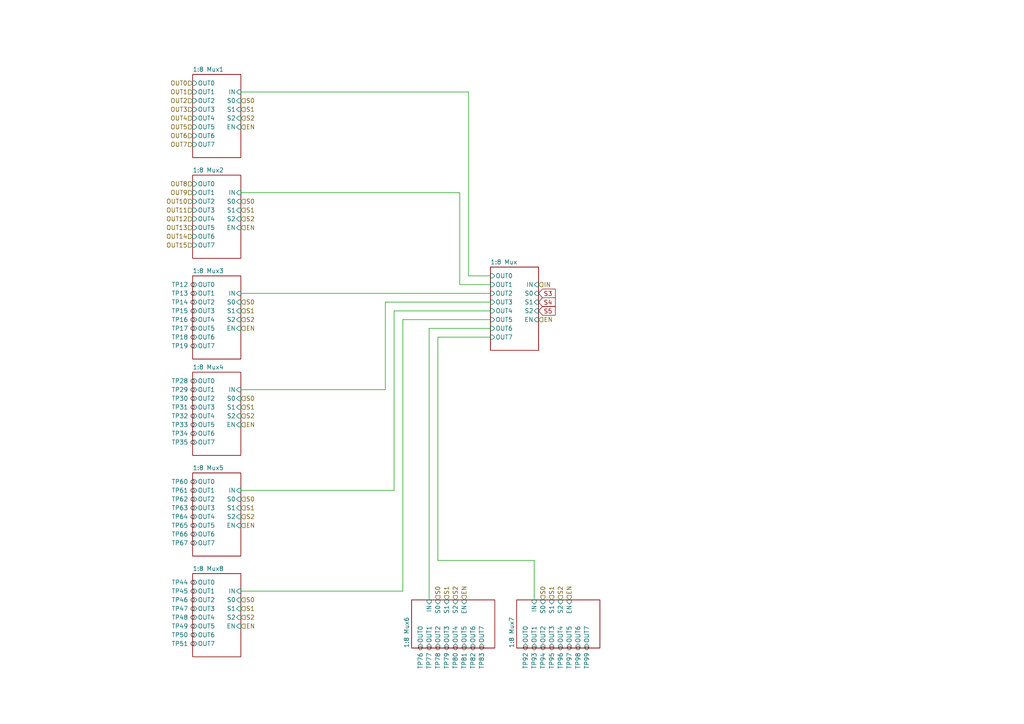
<source format=kicad_sch>
(kicad_sch (version 20231120) (generator "eeschema") (generator_version "8.0")
  (paper "A4")
  (lib_symbols
    (symbol "Connector:TestPoint_Small" (pin_numbers hide) (pin_names (offset 0.762) hide)
      (property "Reference" "TP" (at 0 3.81 0))
      (property "Value" "TestPoint_Small" (at 0 2.032 0))
      (symbol "TestPoint_Small_0_1"
        (circle (center 0 0) (radius 0.508))
      )
      (symbol "TestPoint_Small_1_1"
        (pin passive line (at 0 0 90) (length 0) (name "1") (number "1"))
      )
    )
  )
  (wire (pts (xy 116.84 92.71) (xy 116.84 171.45)))
  (wire (pts (xy 142.24 97.79) (xy 127 97.79)))
  (wire (pts (xy 69.85 26.67) (xy 135.89 26.67)))
  (wire (pts (xy 133.35 55.88) (xy 69.85 55.88)))
  (wire (pts (xy 127 97.79) (xy 127 162.56)))
  (wire (pts (xy 154.94 162.56) (xy 154.94 173.99)))
  (wire (pts (xy 142.24 92.71) (xy 116.84 92.71)))
  (wire (pts (xy 135.89 80.01) (xy 142.24 80.01)))
  (wire (pts (xy 116.84 171.45) (xy 69.85 171.45)))
  (wire (pts (xy 133.35 82.55) (xy 133.35 55.88)))
  (wire (pts (xy 69.85 85.09) (xy 142.24 85.09)))
  (wire (pts (xy 111.76 87.63) (xy 142.24 87.63)))
  (wire (pts (xy 69.85 113.03) (xy 111.76 113.03)))
  (wire (pts (xy 111.76 113.03) (xy 111.76 87.63)))
  (wire (pts (xy 114.3 142.24) (xy 69.85 142.24)))
  (wire (pts (xy 135.89 26.67) (xy 135.89 80.01)))
  (wire (pts (xy 124.46 173.99) (xy 124.46 95.25)))
  (wire (pts (xy 114.3 90.17) (xy 114.3 142.24)))
  (wire (pts (xy 142.24 82.55) (xy 133.35 82.55)))
  (wire (pts (xy 127 162.56) (xy 154.94 162.56)))
  (wire (pts (xy 142.24 90.17) (xy 114.3 90.17)))
  (wire (pts (xy 124.46 95.25) (xy 142.24 95.25)))
  (global_label "S3" (shape input) (at 156.21 85.09 0) (property "Intersheetrefs" "${INTERSHEET_REFS}" (effects (hide yes))))
  (global_label "S5" (shape input) (at 156.21 90.17 0) (property "Intersheetrefs" "${INTERSHEET_REFS}" (effects (hide yes))))
  (global_label "S4" (shape input) (at 156.21 87.63 0) (property "Intersheetrefs" "${INTERSHEET_REFS}" (effects (hide yes))))
  (hierarchical_label "S1" (shape input) (at 69.85 176.53 0))
  (hierarchical_label "S2" (shape input) (at 69.85 63.5 0))
  (hierarchical_label "OUT5" (shape input) (at 55.88 36.83 180))
  (hierarchical_label "EN" (shape input) (at 69.85 123.19 0))
  (hierarchical_label "S2" (shape input) (at 162.56 173.99 90))
  (hierarchical_label "S1" (shape input) (at 69.85 31.75 0))
  (hierarchical_label "OUT14" (shape input) (at 55.88 68.58 180))
  (hierarchical_label "EN" (shape input) (at 69.85 95.25 0))
  (hierarchical_label "S1" (shape input) (at 69.85 118.11 0))
  (hierarchical_label "S1" (shape input) (at 129.54 173.99 90))
  (hierarchical_label "IN" (shape input) (at 156.21 82.55 0))
  (hierarchical_label "OUT10" (shape input) (at 55.88 58.42 180))
  (hierarchical_label "S1" (shape input) (at 69.85 90.17 0))
  (hierarchical_label "OUT7" (shape input) (at 55.88 41.91 180))
  (hierarchical_label "S2" (shape input) (at 69.85 92.71 0))
  (hierarchical_label "S0" (shape input) (at 69.85 173.99 0))
  (hierarchical_label "S0" (shape input) (at 69.85 115.57 0))
  (hierarchical_label "OUT6" (shape input) (at 55.88 39.37 180))
  (hierarchical_label "S0" (shape input) (at 69.85 144.78 0))
  (hierarchical_label "S0" (shape input) (at 69.85 87.63 0))
  (hierarchical_label "S0" (shape input) (at 127 173.99 90))
  (hierarchical_label "OUT9" (shape input) (at 55.88 55.88 180))
  (hierarchical_label "S0" (shape input) (at 157.48 173.99 90))
  (hierarchical_label "EN" (shape input) (at 156.21 92.71 0))
  (hierarchical_label "OUT15" (shape input) (at 55.88 71.12 180))
  (hierarchical_label "S2" (shape input) (at 69.85 34.29 0))
  (hierarchical_label "OUT11" (shape input) (at 55.88 60.96 180))
  (hierarchical_label "S2" (shape input) (at 69.85 179.07 0))
  (hierarchical_label "OUT4" (shape input) (at 55.88 34.29 180))
  (hierarchical_label "S2" (shape input) (at 132.08 173.99 90))
  (hierarchical_label "OUT0" (shape input) (at 55.88 24.13 180))
  (hierarchical_label "S2" (shape input) (at 69.85 120.65 0))
  (hierarchical_label "EN" (shape input) (at 134.62 173.99 90))
  (hierarchical_label "OUT3" (shape input) (at 55.88 31.75 180))
  (hierarchical_label "EN" (shape input) (at 69.85 181.61 0))
  (hierarchical_label "EN" (shape input) (at 69.85 66.04 0))
  (hierarchical_label "EN" (shape input) (at 165.1 173.99 90))
  (hierarchical_label "OUT8" (shape input) (at 55.88 53.34 180))
  (hierarchical_label "S2" (shape input) (at 69.85 149.86 0))
  (hierarchical_label "S1" (shape input) (at 69.85 147.32 0))
  (hierarchical_label "S1" (shape input) (at 160.02 173.99 90))
  (hierarchical_label "OUT1" (shape input) (at 55.88 26.67 180))
  (hierarchical_label "S0" (shape input) (at 69.85 58.42 0))
  (hierarchical_label "EN" (shape input) (at 69.85 152.4 0))
  (hierarchical_label "S1" (shape input) (at 69.85 60.96 0))
  (hierarchical_label "S0" (shape input) (at 69.85 29.21 0))
  (hierarchical_label "OUT12" (shape input) (at 55.88 63.5 180))
  (hierarchical_label "OUT13" (shape input) (at 55.88 66.04 180))
  (hierarchical_label "EN" (shape input) (at 69.85 36.83 0))
  (hierarchical_label "OUT2" (shape input) (at 55.88 29.21 180))
  (symbol (lib_id "Connector:TestPoint_Small") (at 55.88 95.25 0) (unit 1)
    (property "Reference" "TP17" (at 54.61 95.25 0) (effects (justify right)))
    (property "Value" "TestPoint_Small" (effects (hide yes)))
    (property "Footprint" "TestPoint:TestPoint_Pad_D1.0mm" (effects (hide yes)))
    (property "Description" "test point" (effects (hide yes)))
    (instances (project "CM5IO" (path "" (reference "TP17") (unit 1)) (path "" (reference "TP9") (unit 1))))
  )
  (symbol (lib_id "Connector:TestPoint_Small") (at 160.02 187.96 90) (unit 1)
    (property "Reference" "TP95" (at 160.02 189.23 0) (effects (justify right)))
    (property "Value" "TestPoint_Small" (effects (hide yes)))
    (property "Footprint" "TestPoint:TestPoint_Pad_D1.0mm" (effects (hide yes)))
    (property "Description" "test point" (effects (hide yes)))
    (instances (project "CM5IO" (path "" (reference "TP95") (unit 1)) (path "" (reference "TP87") (unit 1))))
  )
  (symbol (lib_id "Connector:TestPoint_Small") (at 55.88 118.11 0) (unit 1)
    (property "Reference" "TP31" (at 54.61 118.11 0) (effects (justify right)))
    (property "Value" "TestPoint_Small" (effects (hide yes)))
    (property "Footprint" "TestPoint:TestPoint_Pad_D1.0mm" (effects (hide yes)))
    (property "Description" "test point" (effects (hide yes)))
    (instances (project "CM5IO" (path "" (reference "TP31") (unit 1)) (path "" (reference "TP23") (unit 1))))
  )
  (symbol (lib_id "Connector:TestPoint_Small") (at 139.7 187.96 90) (unit 1)
    (property "Reference" "TP83" (at 139.7 189.23 0) (effects (justify right)))
    (property "Value" "TestPoint_Small" (effects (hide yes)))
    (property "Footprint" "TestPoint:TestPoint_Pad_D1.0mm" (effects (hide yes)))
    (property "Description" "test point" (effects (hide yes)))
    (instances (project "CM5IO" (path "" (reference "TP83") (unit 1)) (path "" (reference "TP75") (unit 1))))
  )
  (symbol (lib_id "Connector:TestPoint_Small") (at 55.88 110.49 0) (unit 1)
    (property "Reference" "TP28" (at 54.61 110.49 0) (effects (justify right)))
    (property "Value" "TestPoint_Small" (effects (hide yes)))
    (property "Footprint" "TestPoint:TestPoint_Pad_D1.0mm" (effects (hide yes)))
    (property "Description" "test point" (effects (hide yes)))
    (instances (project "CM5IO" (path "" (reference "TP28") (unit 1)) (path "" (reference "TP20") (unit 1))))
  )
  (symbol (lib_id "Connector:TestPoint_Small") (at 55.88 82.55 0) (unit 1)
    (property "Reference" "TP12" (at 54.61 82.55 0) (effects (justify right)))
    (property "Value" "TestPoint_Small" (effects (hide yes)))
    (property "Footprint" "TestPoint:TestPoint_Pad_D1.0mm" (effects (hide yes)))
    (property "Description" "test point" (effects (hide yes)))
    (instances (project "CM5IO" (path "" (reference "TP12") (unit 1)) (path "" (reference "TP2") (unit 1))))
  )
  (symbol (lib_id "Connector:TestPoint_Small") (at 134.62 187.96 90) (unit 1)
    (property "Reference" "TP81" (at 134.62 189.23 0) (effects (justify right)))
    (property "Value" "TestPoint_Small" (effects (hide yes)))
    (property "Footprint" "TestPoint:TestPoint_Pad_D1.0mm" (effects (hide yes)))
    (property "Description" "test point" (effects (hide yes)))
    (instances (project "CM5IO" (path "" (reference "TP81") (unit 1)) (path "" (reference "TP73") (unit 1))))
  )
  (symbol (lib_id "Connector:TestPoint_Small") (at 55.88 139.7 0) (unit 1)
    (property "Reference" "TP60" (at 54.61 139.7 0) (effects (justify right)))
    (property "Value" "TestPoint_Small" (effects (hide yes)))
    (property "Footprint" "TestPoint:TestPoint_Pad_D1.0mm" (effects (hide yes)))
    (property "Description" "test point" (effects (hide yes)))
    (instances (project "CM5IO" (path "" (reference "TP60") (unit 1)) (path "" (reference "TP52") (unit 1))))
  )
  (symbol (lib_id "Connector:TestPoint_Small") (at 127 187.96 90) (unit 1)
    (property "Reference" "TP78" (at 127 189.23 0) (effects (justify right)))
    (property "Value" "TestPoint_Small" (effects (hide yes)))
    (property "Footprint" "TestPoint:TestPoint_Pad_D1.0mm" (effects (hide yes)))
    (property "Description" "test point" (effects (hide yes)))
    (instances (project "CM5IO" (path "" (reference "TP78") (unit 1)) (path "" (reference "TP70") (unit 1))))
  )
  (symbol (lib_id "Connector:TestPoint_Small") (at 55.88 176.53 0) (unit 1)
    (property "Reference" "TP47" (at 54.61 176.53 0) (effects (justify right)))
    (property "Value" "TestPoint_Small" (effects (hide yes)))
    (property "Footprint" "TestPoint:TestPoint_Pad_D1.0mm" (effects (hide yes)))
    (property "Description" "test point" (effects (hide yes)))
    (instances (project "CM5IO" (path "" (reference "TP47") (unit 1)) (path "" (reference "TP39") (unit 1))))
  )
  (symbol (lib_id "Connector:TestPoint_Small") (at 129.54 187.96 90) (unit 1)
    (property "Reference" "TP79" (at 129.54 189.23 0) (effects (justify right)))
    (property "Value" "TestPoint_Small" (effects (hide yes)))
    (property "Footprint" "TestPoint:TestPoint_Pad_D1.0mm" (effects (hide yes)))
    (property "Description" "test point" (effects (hide yes)))
    (instances (project "CM5IO" (path "" (reference "TP79") (unit 1)) (path "" (reference "TP71") (unit 1))))
  )
  (symbol (lib_id "Connector:TestPoint_Small") (at 124.46 187.96 90) (unit 1)
    (property "Reference" "TP77" (at 124.46 189.23 0) (effects (justify right)))
    (property "Value" "TestPoint_Small" (effects (hide yes)))
    (property "Footprint" "TestPoint:TestPoint_Pad_D1.0mm" (effects (hide yes)))
    (property "Description" "test point" (effects (hide yes)))
    (instances (project "CM5IO" (path "" (reference "TP77") (unit 1)) (path "" (reference "TP69") (unit 1))))
  )
  (symbol (lib_id "Connector:TestPoint_Small") (at 55.88 154.94 0) (unit 1)
    (property "Reference" "TP66" (at 54.61 154.94 0) (effects (justify right)))
    (property "Value" "TestPoint_Small" (effects (hide yes)))
    (property "Footprint" "TestPoint:TestPoint_Pad_D1.0mm" (effects (hide yes)))
    (property "Description" "test point" (effects (hide yes)))
    (instances (project "CM5IO" (path "" (reference "TP66") (unit 1)) (path "" (reference "TP58") (unit 1))))
  )
  (symbol (lib_id "Connector:TestPoint_Small") (at 55.88 128.27 0) (unit 1)
    (property "Reference" "TP35" (at 54.61 128.27 0) (effects (justify right)))
    (property "Value" "TestPoint_Small" (effects (hide yes)))
    (property "Footprint" "TestPoint:TestPoint_Pad_D1.0mm" (effects (hide yes)))
    (property "Description" "test point" (effects (hide yes)))
    (instances (project "CM5IO" (path "" (reference "TP35") (unit 1)) (path "" (reference "TP27") (unit 1))))
  )
  (symbol (lib_id "Connector:TestPoint_Small") (at 55.88 125.73 0) (unit 1)
    (property "Reference" "TP34" (at 54.61 125.73 0) (effects (justify right)))
    (property "Value" "TestPoint_Small" (effects (hide yes)))
    (property "Footprint" "TestPoint:TestPoint_Pad_D1.0mm" (effects (hide yes)))
    (property "Description" "test point" (effects (hide yes)))
    (instances (project "CM5IO" (path "" (reference "TP34") (unit 1)) (path "" (reference "TP26") (unit 1))))
  )
  (symbol (lib_id "Connector:TestPoint_Small") (at 167.64 187.96 90) (unit 1)
    (property "Reference" "TP98" (at 167.64 189.23 0) (effects (justify right)))
    (property "Value" "TestPoint_Small" (effects (hide yes)))
    (property "Footprint" "TestPoint:TestPoint_Pad_D1.0mm" (effects (hide yes)))
    (property "Description" "test point" (effects (hide yes)))
    (instances (project "CM5IO" (path "" (reference "TP98") (unit 1)) (path "" (reference "TP90") (unit 1))))
  )
  (symbol (lib_id "Connector:TestPoint_Small") (at 55.88 87.63 0) (unit 1)
    (property "Reference" "TP14" (at 54.61 87.63 0) (effects (justify right)))
    (property "Value" "TestPoint_Small" (effects (hide yes)))
    (property "Footprint" "TestPoint:TestPoint_Pad_D1.0mm" (effects (hide yes)))
    (property "Description" "test point" (effects (hide yes)))
    (instances (project "CM5IO" (path "" (reference "TP14") (unit 1)) (path "" (reference "TP6") (unit 1))))
  )
  (symbol (lib_id "Connector:TestPoint_Small") (at 55.88 152.4 0) (unit 1)
    (property "Reference" "TP65" (at 54.61 152.4 0) (effects (justify right)))
    (property "Value" "TestPoint_Small" (effects (hide yes)))
    (property "Footprint" "TestPoint:TestPoint_Pad_D1.0mm" (effects (hide yes)))
    (property "Description" "test point" (effects (hide yes)))
    (instances (project "CM5IO" (path "" (reference "TP65") (unit 1)) (path "" (reference "TP57") (unit 1))))
  )
  (symbol (lib_id "Connector:TestPoint_Small") (at 55.88 173.99 0) (unit 1)
    (property "Reference" "TP46" (at 54.61 173.99 0) (effects (justify right)))
    (property "Value" "TestPoint_Small" (effects (hide yes)))
    (property "Footprint" "TestPoint:TestPoint_Pad_D1.0mm" (effects (hide yes)))
    (property "Description" "test point" (effects (hide yes)))
    (instances (project "CM5IO" (path "" (reference "TP46") (unit 1)) (path "" (reference "TP38") (unit 1))))
  )
  (symbol (lib_id "Connector:TestPoint_Small") (at 137.16 187.96 90) (unit 1)
    (property "Reference" "TP82" (at 137.16 189.23 0) (effects (justify right)))
    (property "Value" "TestPoint_Small" (effects (hide yes)))
    (property "Footprint" "TestPoint:TestPoint_Pad_D1.0mm" (effects (hide yes)))
    (property "Description" "test point" (effects (hide yes)))
    (instances (project "CM5IO" (path "" (reference "TP82") (unit 1)) (path "" (reference "TP74") (unit 1))))
  )
  (symbol (lib_id "Connector:TestPoint_Small") (at 55.88 186.69 0) (unit 1)
    (property "Reference" "TP51" (at 54.61 186.69 0) (effects (justify right)))
    (property "Value" "TestPoint_Small" (effects (hide yes)))
    (property "Footprint" "TestPoint:TestPoint_Pad_D1.0mm" (effects (hide yes)))
    (property "Description" "test point" (effects (hide yes)))
    (instances (project "CM5IO" (path "" (reference "TP51") (unit 1)) (path "" (reference "TP43") (unit 1))))
  )
  (symbol (lib_id "Connector:TestPoint_Small") (at 132.08 187.96 90) (unit 1)
    (property "Reference" "TP80" (at 132.08 189.23 0) (effects (justify right)))
    (property "Value" "TestPoint_Small" (effects (hide yes)))
    (property "Footprint" "TestPoint:TestPoint_Pad_D1.0mm" (effects (hide yes)))
    (property "Description" "test point" (effects (hide yes)))
    (instances (project "CM5IO" (path "" (reference "TP80") (unit 1)) (path "" (reference "TP72") (unit 1))))
  )
  (symbol (lib_id "Connector:TestPoint_Small") (at 55.88 120.65 0) (unit 1)
    (property "Reference" "TP32" (at 54.61 120.65 0) (effects (justify right)))
    (property "Value" "TestPoint_Small" (effects (hide yes)))
    (property "Footprint" "TestPoint:TestPoint_Pad_D1.0mm" (effects (hide yes)))
    (property "Description" "test point" (effects (hide yes)))
    (instances (project "CM5IO" (path "" (reference "TP32") (unit 1)) (path "" (reference "TP24") (unit 1))))
  )
  (symbol (lib_id "Connector:TestPoint_Small") (at 55.88 179.07 0) (unit 1)
    (property "Reference" "TP48" (at 54.61 179.07 0) (effects (justify right)))
    (property "Value" "TestPoint_Small" (effects (hide yes)))
    (property "Footprint" "TestPoint:TestPoint_Pad_D1.0mm" (effects (hide yes)))
    (property "Description" "test point" (effects (hide yes)))
    (instances (project "CM5IO" (path "" (reference "TP48") (unit 1)) (path "" (reference "TP40") (unit 1))))
  )
  (symbol (lib_id "Connector:TestPoint_Small") (at 55.88 142.24 0) (unit 1)
    (property "Reference" "TP61" (at 54.61 142.24 0) (effects (justify right)))
    (property "Value" "TestPoint_Small" (effects (hide yes)))
    (property "Footprint" "TestPoint:TestPoint_Pad_D1.0mm" (effects (hide yes)))
    (property "Description" "test point" (effects (hide yes)))
    (instances (project "CM5IO" (path "" (reference "TP61") (unit 1)) (path "" (reference "TP53") (unit 1))))
  )
  (symbol (lib_id "Connector:TestPoint_Small") (at 55.88 115.57 0) (unit 1)
    (property "Reference" "TP30" (at 54.61 115.57 0) (effects (justify right)))
    (property "Value" "TestPoint_Small" (effects (hide yes)))
    (property "Footprint" "TestPoint:TestPoint_Pad_D1.0mm" (effects (hide yes)))
    (property "Description" "test point" (effects (hide yes)))
    (instances (project "CM5IO" (path "" (reference "TP30") (unit 1)) (path "" (reference "TP22") (unit 1))))
  )
  (symbol (lib_id "Connector:TestPoint_Small") (at 55.88 149.86 0) (unit 1)
    (property "Reference" "TP64" (at 54.61 149.86 0) (effects (justify right)))
    (property "Value" "TestPoint_Small" (effects (hide yes)))
    (property "Footprint" "TestPoint:TestPoint_Pad_D1.0mm" (effects (hide yes)))
    (property "Description" "test point" (effects (hide yes)))
    (instances (project "CM5IO" (path "" (reference "TP64") (unit 1)) (path "" (reference "TP56") (unit 1))))
  )
  (symbol (lib_id "Connector:TestPoint_Small") (at 55.88 113.03 0) (unit 1)
    (property "Reference" "TP29" (at 54.61 113.03 0) (effects (justify right)))
    (property "Value" "TestPoint_Small" (effects (hide yes)))
    (property "Footprint" "TestPoint:TestPoint_Pad_D1.0mm" (effects (hide yes)))
    (property "Description" "test point" (effects (hide yes)))
    (instances (project "CM5IO" (path "" (reference "TP29") (unit 1)) (path "" (reference "TP21") (unit 1))))
  )
  (symbol (lib_id "Connector:TestPoint_Small") (at 165.1 187.96 90) (unit 1)
    (property "Reference" "TP97" (at 165.1 189.23 0) (effects (justify right)))
    (property "Value" "TestPoint_Small" (effects (hide yes)))
    (property "Footprint" "TestPoint:TestPoint_Pad_D1.0mm" (effects (hide yes)))
    (property "Description" "test point" (effects (hide yes)))
    (instances (project "CM5IO" (path "" (reference "TP97") (unit 1)) (path "" (reference "TP89") (unit 1))))
  )
  (symbol (lib_id "Connector:TestPoint_Small") (at 55.88 157.48 0) (unit 1)
    (property "Reference" "TP67" (at 54.61 157.48 0) (effects (justify right)))
    (property "Value" "TestPoint_Small" (effects (hide yes)))
    (property "Footprint" "TestPoint:TestPoint_Pad_D1.0mm" (effects (hide yes)))
    (property "Description" "test point" (effects (hide yes)))
    (instances (project "CM5IO" (path "" (reference "TP67") (unit 1)) (path "" (reference "TP59") (unit 1))))
  )
  (symbol (lib_id "Connector:TestPoint_Small") (at 152.4 187.96 90) (unit 1)
    (property "Reference" "TP92" (at 152.4 189.23 0) (effects (justify right)))
    (property "Value" "TestPoint_Small" (effects (hide yes)))
    (property "Footprint" "TestPoint:TestPoint_Pad_D1.0mm" (effects (hide yes)))
    (property "Description" "test point" (effects (hide yes)))
    (instances (project "CM5IO" (path "" (reference "TP92") (unit 1)) (path "" (reference "TP84") (unit 1))))
  )
  (symbol (lib_id "Connector:TestPoint_Small") (at 55.88 123.19 0) (unit 1)
    (property "Reference" "TP33" (at 54.61 123.19 0) (effects (justify right)))
    (property "Value" "TestPoint_Small" (effects (hide yes)))
    (property "Footprint" "TestPoint:TestPoint_Pad_D1.0mm" (effects (hide yes)))
    (property "Description" "test point" (effects (hide yes)))
    (instances (project "CM5IO" (path "" (reference "TP33") (unit 1)) (path "" (reference "TP25") (unit 1))))
  )
  (symbol (lib_id "Connector:TestPoint_Small") (at 121.92 187.96 90) (unit 1)
    (property "Reference" "TP76" (at 121.92 189.23 0) (effects (justify right)))
    (property "Value" "TestPoint_Small" (effects (hide yes)))
    (property "Footprint" "TestPoint:TestPoint_Pad_D1.0mm" (effects (hide yes)))
    (property "Description" "test point" (effects (hide yes)))
    (instances (project "CM5IO" (path "" (reference "TP76") (unit 1)) (path "" (reference "TP68") (unit 1))))
  )
  (symbol (lib_id "Connector:TestPoint_Small") (at 154.94 187.96 90) (unit 1)
    (property "Reference" "TP93" (at 154.94 189.23 0) (effects (justify right)))
    (property "Value" "TestPoint_Small" (effects (hide yes)))
    (property "Footprint" "TestPoint:TestPoint_Pad_D1.0mm" (effects (hide yes)))
    (property "Description" "test point" (effects (hide yes)))
    (instances (project "CM5IO" (path "" (reference "TP93") (unit 1)) (path "" (reference "TP85") (unit 1))))
  )
  (symbol (lib_id "Connector:TestPoint_Small") (at 55.88 181.61 0) (unit 1)
    (property "Reference" "TP49" (at 54.61 181.61 0) (effects (justify right)))
    (property "Value" "TestPoint_Small" (effects (hide yes)))
    (property "Footprint" "TestPoint:TestPoint_Pad_D1.0mm" (effects (hide yes)))
    (property "Description" "test point" (effects (hide yes)))
    (instances (project "CM5IO" (path "" (reference "TP49") (unit 1)) (path "" (reference "TP41") (unit 1))))
  )
  (symbol (lib_id "Connector:TestPoint_Small") (at 55.88 92.71 0) (unit 1)
    (property "Reference" "TP16" (at 54.61 92.71 0) (effects (justify right)))
    (property "Value" "TestPoint_Small" (effects (hide yes)))
    (property "Footprint" "TestPoint:TestPoint_Pad_D1.0mm" (effects (hide yes)))
    (property "Description" "test point" (effects (hide yes)))
    (instances (project "CM5IO" (path "" (reference "TP16") (unit 1)) (path "" (reference "TP8") (unit 1))))
  )
  (symbol (lib_id "Connector:TestPoint_Small") (at 55.88 100.33 0) (unit 1)
    (property "Reference" "TP19" (at 54.61 100.33 0) (effects (justify right)))
    (property "Value" "TestPoint_Small" (effects (hide yes)))
    (property "Footprint" "TestPoint:TestPoint_Pad_D1.0mm" (effects (hide yes)))
    (property "Description" "test point" (effects (hide yes)))
    (instances (project "CM5IO" (path "" (reference "TP19") (unit 1)) (path "" (reference "TP11") (unit 1))))
  )
  (symbol (lib_id "Connector:TestPoint_Small") (at 162.56 187.96 90) (unit 1)
    (property "Reference" "TP96" (at 162.56 189.23 0) (effects (justify right)))
    (property "Value" "TestPoint_Small" (effects (hide yes)))
    (property "Footprint" "TestPoint:TestPoint_Pad_D1.0mm" (effects (hide yes)))
    (property "Description" "test point" (effects (hide yes)))
    (instances (project "CM5IO" (path "" (reference "TP96") (unit 1)) (path "" (reference "TP88") (unit 1))))
  )
  (symbol (lib_id "Connector:TestPoint_Small") (at 55.88 168.91 0) (unit 1)
    (property "Reference" "TP44" (at 54.61 168.91 0) (effects (justify right)))
    (property "Value" "TestPoint_Small" (effects (hide yes)))
    (property "Footprint" "TestPoint:TestPoint_Pad_D1.0mm" (effects (hide yes)))
    (property "Description" "test point" (effects (hide yes)))
    (instances (project "CM5IO" (path "" (reference "TP44") (unit 1)) (path "" (reference "TP36") (unit 1))))
  )
  (symbol (lib_id "Connector:TestPoint_Small") (at 55.88 147.32 0) (unit 1)
    (property "Reference" "TP63" (at 54.61 147.32 0) (effects (justify right)))
    (property "Value" "TestPoint_Small" (effects (hide yes)))
    (property "Footprint" "TestPoint:TestPoint_Pad_D1.0mm" (effects (hide yes)))
    (property "Description" "test point" (effects (hide yes)))
    (instances (project "CM5IO" (path "" (reference "TP63") (unit 1)) (path "" (reference "TP55") (unit 1))))
  )
  (symbol (lib_id "Connector:TestPoint_Small") (at 55.88 171.45 0) (unit 1)
    (property "Reference" "TP45" (at 54.61 171.45 0) (effects (justify right)))
    (property "Value" "TestPoint_Small" (effects (hide yes)))
    (property "Footprint" "TestPoint:TestPoint_Pad_D1.0mm" (effects (hide yes)))
    (property "Description" "test point" (effects (hide yes)))
    (instances (project "CM5IO" (path "" (reference "TP45") (unit 1)) (path "" (reference "TP37") (unit 1))))
  )
  (symbol (lib_id "Connector:TestPoint_Small") (at 55.88 144.78 0) (unit 1)
    (property "Reference" "TP62" (at 54.61 144.78 0) (effects (justify right)))
    (property "Value" "TestPoint_Small" (effects (hide yes)))
    (property "Footprint" "TestPoint:TestPoint_Pad_D1.0mm" (effects (hide yes)))
    (property "Description" "test point" (effects (hide yes)))
    (instances (project "CM5IO" (path "" (reference "TP62") (unit 1)) (path "" (reference "TP54") (unit 1))))
  )
  (symbol (lib_id "Connector:TestPoint_Small") (at 170.18 187.96 90) (unit 1)
    (property "Reference" "TP99" (at 170.18 189.23 0) (effects (justify right)))
    (property "Value" "TestPoint_Small" (effects (hide yes)))
    (property "Footprint" "TestPoint:TestPoint_Pad_D1.0mm" (effects (hide yes)))
    (property "Description" "test point" (effects (hide yes)))
    (instances (project "CM5IO" (path "" (reference "TP99") (unit 1)) (path "" (reference "TP91") (unit 1))))
  )
  (symbol (lib_id "Connector:TestPoint_Small") (at 55.88 97.79 0) (unit 1)
    (property "Reference" "TP18" (at 54.61 97.79 0) (effects (justify right)))
    (property "Value" "TestPoint_Small" (effects (hide yes)))
    (property "Footprint" "TestPoint:TestPoint_Pad_D1.0mm" (effects (hide yes)))
    (property "Description" "test point" (effects (hide yes)))
    (instances (project "CM5IO" (path "" (reference "TP18") (unit 1)) (path "" (reference "TP10") (unit 1))))
  )
  (symbol (lib_id "Connector:TestPoint_Small") (at 55.88 184.15 0) (unit 1)
    (property "Reference" "TP50" (at 54.61 184.15 0) (effects (justify right)))
    (property "Value" "TestPoint_Small" (effects (hide yes)))
    (property "Footprint" "TestPoint:TestPoint_Pad_D1.0mm" (effects (hide yes)))
    (property "Description" "test point" (effects (hide yes)))
    (instances (project "CM5IO" (path "" (reference "TP50") (unit 1)) (path "" (reference "TP42") (unit 1))))
  )
  (symbol (lib_id "Connector:TestPoint_Small") (at 55.88 90.17 0) (unit 1)
    (property "Reference" "TP15" (at 54.61 90.17 0) (effects (justify right)))
    (property "Value" "TestPoint_Small" (effects (hide yes)))
    (property "Footprint" "TestPoint:TestPoint_Pad_D1.0mm" (effects (hide yes)))
    (property "Description" "test point" (effects (hide yes)))
    (instances (project "CM5IO" (path "" (reference "TP15") (unit 1)) (path "" (reference "TP7") (unit 1))))
  )
  (symbol (lib_id "Connector:TestPoint_Small") (at 157.48 187.96 90) (unit 1)
    (property "Reference" "TP94" (at 157.48 189.23 0) (effects (justify right)))
    (property "Value" "TestPoint_Small" (effects (hide yes)))
    (property "Footprint" "TestPoint:TestPoint_Pad_D1.0mm" (effects (hide yes)))
    (property "Description" "test point" (effects (hide yes)))
    (instances (project "CM5IO" (path "" (reference "TP94") (unit 1)) (path "" (reference "TP86") (unit 1))))
  )
  (symbol (lib_id "Connector:TestPoint_Small") (at 55.88 85.09 0) (unit 1)
    (property "Reference" "TP13" (at 54.61 85.09 0) (effects (justify right)))
    (property "Value" "TestPoint_Small" (effects (hide yes)))
    (property "Footprint" "TestPoint:TestPoint_Pad_D1.0mm" (effects (hide yes)))
    (property "Description" "test point" (effects (hide yes)))
    (instances (project "CM5IO" (path "" (reference "TP13") (unit 1)) (path "" (reference "TP4") (unit 1))))
  )
  (sheet (at 55.88 166.37) (size 13.97 24.13) (stroke (width 0.1524))
    (property "Sheetname" "1:8 Mux8" (at 55.88 165.6584 0) (effects (justify left bottom)))
    (property "Sheetfile" "8Mux.kicad_sch" (effects (hide yes)))
    (pin "S0" input (at 69.85 173.99 0))
    (pin "S1" input (at 69.85 176.53 0))
    (pin "IN" input (at 69.85 171.45 0))
    (pin "EN" input (at 69.85 181.61 0))
    (pin "S2" input (at 69.85 179.07 0))
    (pin "OUT1" input (at 55.88 171.45 180))
    (pin "OUT0" input (at 55.88 168.91 180))
    (pin "OUT2" input (at 55.88 173.99 180))
    (pin "OUT3" input (at 55.88 176.53 180))
    (pin "OUT4" input (at 55.88 179.07 180))
    (pin "OUT5" input (at 55.88 181.61 180))
    (pin "OUT6" input (at 55.88 184.15 180))
    (pin "OUT7" input (at 55.88 186.69 180))
  )
  (sheet (at 55.88 80.01) (size 13.97 24.13) (stroke (width 0.1524))
    (property "Sheetname" "1:8 Mux3" (at 55.88 79.2984 0) (effects (justify left bottom)))
    (property "Sheetfile" "8Mux.kicad_sch" (effects (hide yes)))
    (pin "S0" input (at 69.85 87.63 0))
    (pin "S1" input (at 69.85 90.17 0))
    (pin "IN" input (at 69.85 85.09 0))
    (pin "EN" input (at 69.85 95.25 0))
    (pin "S2" input (at 69.85 92.71 0))
    (pin "OUT1" input (at 55.88 85.09 180))
    (pin "OUT0" input (at 55.88 82.55 180))
    (pin "OUT2" input (at 55.88 87.63 180))
    (pin "OUT3" input (at 55.88 90.17 180))
    (pin "OUT4" input (at 55.88 92.71 180))
    (pin "OUT5" input (at 55.88 95.25 180))
    (pin "OUT6" input (at 55.88 97.79 180))
    (pin "OUT7" input (at 55.88 100.33 180))
  )
  (sheet (at 55.88 50.8) (size 13.97 24.13) (stroke (width 0.1524))
    (property "Sheetname" "1:8 Mux2" (at 55.88 50.0884 0) (effects (justify left bottom)))
    (property "Sheetfile" "8Mux.kicad_sch" (effects (hide yes)))
    (pin "S0" input (at 69.85 58.42 0))
    (pin "S1" input (at 69.85 60.96 0))
    (pin "IN" input (at 69.85 55.88 0))
    (pin "EN" input (at 69.85 66.04 0))
    (pin "S2" input (at 69.85 63.5 0))
    (pin "OUT1" input (at 55.88 55.88 180))
    (pin "OUT0" input (at 55.88 53.34 180))
    (pin "OUT2" input (at 55.88 58.42 180))
    (pin "OUT3" input (at 55.88 60.96 180))
    (pin "OUT4" input (at 55.88 63.5 180))
    (pin "OUT5" input (at 55.88 66.04 180))
    (pin "OUT6" input (at 55.88 68.58 180))
    (pin "OUT7" input (at 55.88 71.12 180))
  )
  (sheet (at 149.86 173.99) (size 24.13 13.97) (stroke (width 0.1524))
    (property "Sheetname" "1:8 Mux7" (at 149.1484 187.96 90) (effects (justify left bottom)))
    (property "Sheetfile" "8Mux.kicad_sch" (effects (hide yes)))
    (pin "S0" input (at 157.48 173.99 90))
    (pin "S1" input (at 160.02 173.99 90))
    (pin "IN" input (at 154.94 173.99 90))
    (pin "EN" input (at 165.1 173.99 90))
    (pin "S2" input (at 162.56 173.99 90))
    (pin "OUT1" input (at 154.94 187.96 270))
    (pin "OUT0" input (at 152.4 187.96 270))
    (pin "OUT2" input (at 157.48 187.96 270))
    (pin "OUT3" input (at 160.02 187.96 270))
    (pin "OUT4" input (at 162.56 187.96 270))
    (pin "OUT5" input (at 165.1 187.96 270))
    (pin "OUT6" input (at 167.64 187.96 270))
    (pin "OUT7" input (at 170.18 187.96 270))
  )
  (sheet (at 55.88 21.59) (size 13.97 24.13) (stroke (width 0.1524))
    (property "Sheetname" "1:8 Mux1" (at 55.88 20.8784 0) (effects (justify left bottom)))
    (property "Sheetfile" "8Mux.kicad_sch" (effects (hide yes)))
    (pin "S0" input (at 69.85 29.21 0))
    (pin "S1" input (at 69.85 31.75 0))
    (pin "IN" input (at 69.85 26.67 0))
    (pin "EN" input (at 69.85 36.83 0))
    (pin "S2" input (at 69.85 34.29 0))
    (pin "OUT1" input (at 55.88 26.67 180))
    (pin "OUT0" input (at 55.88 24.13 180))
    (pin "OUT2" input (at 55.88 29.21 180))
    (pin "OUT3" input (at 55.88 31.75 180))
    (pin "OUT4" input (at 55.88 34.29 180))
    (pin "OUT5" input (at 55.88 36.83 180))
    (pin "OUT6" input (at 55.88 39.37 180))
    (pin "OUT7" input (at 55.88 41.91 180))
  )
  (sheet (at 55.88 107.95) (size 13.97 24.13) (stroke (width 0.1524))
    (property "Sheetname" "1:8 Mux4" (at 55.88 107.2384 0) (effects (justify left bottom)))
    (property "Sheetfile" "8Mux.kicad_sch" (effects (hide yes)))
    (pin "S0" input (at 69.85 115.57 0))
    (pin "S1" input (at 69.85 118.11 0))
    (pin "IN" input (at 69.85 113.03 0))
    (pin "EN" input (at 69.85 123.19 0))
    (pin "S2" input (at 69.85 120.65 0))
    (pin "OUT1" input (at 55.88 113.03 180))
    (pin "OUT0" input (at 55.88 110.49 180))
    (pin "OUT2" input (at 55.88 115.57 180))
    (pin "OUT3" input (at 55.88 118.11 180))
    (pin "OUT4" input (at 55.88 120.65 180))
    (pin "OUT5" input (at 55.88 123.19 180))
    (pin "OUT6" input (at 55.88 125.73 180))
    (pin "OUT7" input (at 55.88 128.27 180))
  )
  (sheet (at 119.38 173.99) (size 24.13 13.97) (stroke (width 0.1524))
    (property "Sheetname" "1:8 Mux6" (at 118.6684 187.96 90) (effects (justify left bottom)))
    (property "Sheetfile" "8Mux.kicad_sch" (effects (hide yes)))
    (pin "S0" input (at 127 173.99 90))
    (pin "S1" input (at 129.54 173.99 90))
    (pin "IN" input (at 124.46 173.99 90))
    (pin "EN" input (at 134.62 173.99 90))
    (pin "S2" input (at 132.08 173.99 90))
    (pin "OUT1" input (at 124.46 187.96 270))
    (pin "OUT0" input (at 121.92 187.96 270))
    (pin "OUT2" input (at 127 187.96 270))
    (pin "OUT3" input (at 129.54 187.96 270))
    (pin "OUT4" input (at 132.08 187.96 270))
    (pin "OUT5" input (at 134.62 187.96 270))
    (pin "OUT6" input (at 137.16 187.96 270))
    (pin "OUT7" input (at 139.7 187.96 270))
  )
  (sheet (at 55.88 137.16) (size 13.97 24.13) (stroke (width 0.1524))
    (property "Sheetname" "1:8 Mux5" (at 55.88 136.4484 0) (effects (justify left bottom)))
    (property "Sheetfile" "8Mux.kicad_sch" (effects (hide yes)))
    (pin "S0" input (at 69.85 144.78 0))
    (pin "S1" input (at 69.85 147.32 0))
    (pin "IN" input (at 69.85 142.24 0))
    (pin "EN" input (at 69.85 152.4 0))
    (pin "S2" input (at 69.85 149.86 0))
    (pin "OUT1" input (at 55.88 142.24 180))
    (pin "OUT0" input (at 55.88 139.7 180))
    (pin "OUT2" input (at 55.88 144.78 180))
    (pin "OUT3" input (at 55.88 147.32 180))
    (pin "OUT4" input (at 55.88 149.86 180))
    (pin "OUT5" input (at 55.88 152.4 180))
    (pin "OUT6" input (at 55.88 154.94 180))
    (pin "OUT7" input (at 55.88 157.48 180))
  )
  (sheet (at 142.24 77.47) (size 13.97 24.13) (stroke (width 0.1524))
    (property "Sheetname" "1:8 Mux" (at 142.24 76.7584 0) (effects (justify left bottom)))
    (property "Sheetfile" "8Mux.kicad_sch" (effects (hide yes)))
    (pin "S0" input (at 156.21 85.09 0))
    (pin "S1" input (at 156.21 87.63 0))
    (pin "IN" input (at 156.21 82.55 0))
    (pin "EN" input (at 156.21 92.71 0))
    (pin "S2" input (at 156.21 90.17 0))
    (pin "OUT1" input (at 142.24 82.55 180))
    (pin "OUT0" input (at 142.24 80.01 180))
    (pin "OUT2" input (at 142.24 85.09 180))
    (pin "OUT3" input (at 142.24 87.63 180))
    (pin "OUT4" input (at 142.24 90.17 180))
    (pin "OUT5" input (at 142.24 92.71 180))
    (pin "OUT6" input (at 142.24 95.25 180))
    (pin "OUT7" input (at 142.24 97.79 180))
  )
)
</source>
